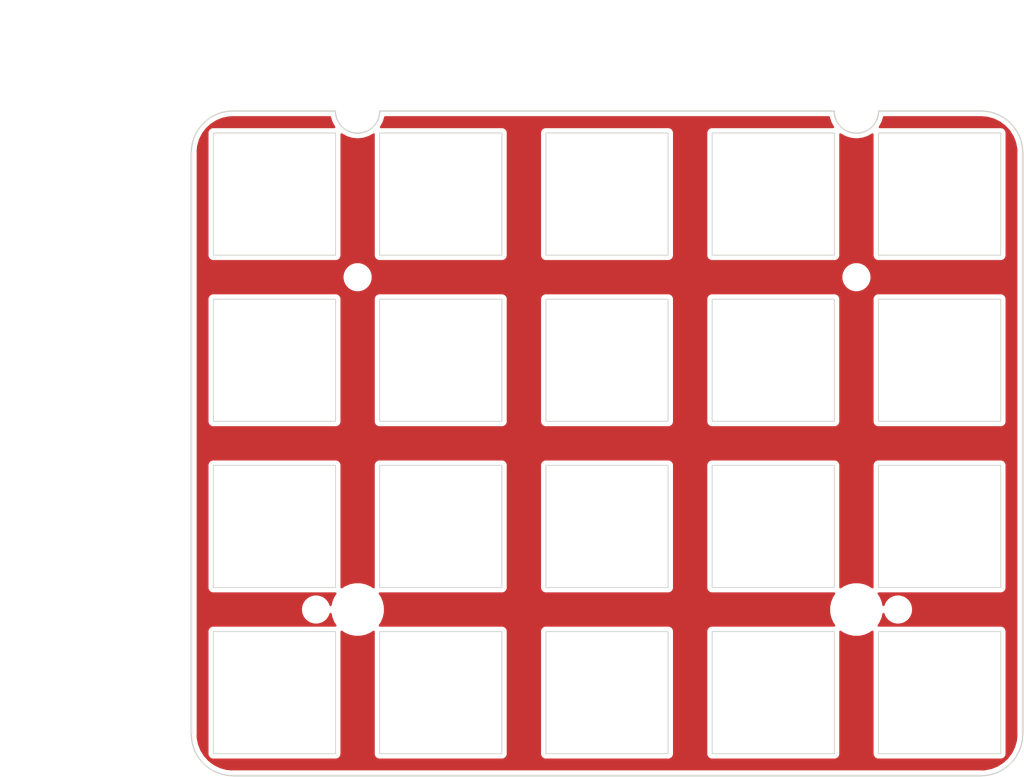
<source format=kicad_pcb>
(kicad_pcb (version 20171130) (host pcbnew 5.1.2-f72e74a~84~ubuntu18.04.1)

  (general
    (thickness 1.6)
    (drawings 14)
    (tracks 0)
    (zones 0)
    (modules 26)
    (nets 1)
  )

  (page A4)
  (layers
    (0 F.Cu signal)
    (31 B.Cu signal)
    (32 B.Adhes user)
    (33 F.Adhes user)
    (34 B.Paste user)
    (35 F.Paste user)
    (36 B.SilkS user)
    (37 F.SilkS user)
    (38 B.Mask user)
    (39 F.Mask user)
    (40 Dwgs.User user)
    (41 Cmts.User user)
    (42 Eco1.User user)
    (43 Eco2.User user)
    (44 Edge.Cuts user)
    (45 Margin user)
    (46 B.CrtYd user)
    (47 F.CrtYd user)
    (48 B.Fab user)
    (49 F.Fab user)
  )

  (setup
    (last_trace_width 0.25)
    (trace_clearance 0.2)
    (zone_clearance 0.508)
    (zone_45_only no)
    (trace_min 0.2)
    (via_size 0.8)
    (via_drill 0.4)
    (via_min_size 0.4)
    (via_min_drill 0.3)
    (uvia_size 0.3)
    (uvia_drill 0.1)
    (uvias_allowed no)
    (uvia_min_size 0.2)
    (uvia_min_drill 0.1)
    (edge_width 0.15)
    (segment_width 0.2)
    (pcb_text_width 0.3)
    (pcb_text_size 1.5 1.5)
    (mod_edge_width 0.15)
    (mod_text_size 1 1)
    (mod_text_width 0.15)
    (pad_size 2.2 2.2)
    (pad_drill 2.2)
    (pad_to_mask_clearance 0.051)
    (solder_mask_min_width 0.25)
    (aux_axis_origin 47.625 23.8125)
    (grid_origin 47.625 23.8125)
    (visible_elements FFFFFF7F)
    (pcbplotparams
      (layerselection 0x010a0_7fffffff)
      (usegerberextensions true)
      (usegerberattributes false)
      (usegerberadvancedattributes false)
      (creategerberjobfile false)
      (excludeedgelayer true)
      (linewidth 0.100000)
      (plotframeref false)
      (viasonmask false)
      (mode 1)
      (useauxorigin false)
      (hpglpennumber 1)
      (hpglpenspeed 20)
      (hpglpendiameter 15.000000)
      (psnegative false)
      (psa4output false)
      (plotreference true)
      (plotvalue true)
      (plotinvisibletext false)
      (padsonsilk false)
      (subtractmaskfromsilk true)
      (outputformat 1)
      (mirror false)
      (drillshape 0)
      (scaleselection 1)
      (outputdirectory "gerber/"))
  )

  (net 0 "")

  (net_class Default "これはデフォルトのネット クラスです。"
    (clearance 0.2)
    (trace_width 0.25)
    (via_dia 0.8)
    (via_drill 0.4)
    (uvia_dia 0.3)
    (uvia_drill 0.1)
  )

  (module lib:MX_CUTOUT (layer F.Cu) (tedit 5BCAE12D) (tstamp 5C83CF1C)
    (at 95.25 90.4875)
    (fp_text reference MX_CUTOUT (at 0 1.5) (layer F.SilkS) hide
      (effects (font (size 1 1) (thickness 0.15)))
    )
    (fp_text value VAL** (at 0 0) (layer F.SilkS) hide
      (effects (font (size 1 1) (thickness 0.15)))
    )
    (fp_line (start 7 7) (end 7 -7) (layer Edge.Cuts) (width 0.1))
    (fp_line (start -7 7) (end 7 7) (layer Edge.Cuts) (width 0.1))
    (fp_line (start -7 -7) (end -7 7) (layer Edge.Cuts) (width 0.1))
    (fp_line (start 7 -7) (end -7 -7) (layer Edge.Cuts) (width 0.1))
  )

  (module lib:MX_CUTOUT (layer F.Cu) (tedit 5BCAE12D) (tstamp 5C83CF15)
    (at 114.3 90.4875)
    (fp_text reference MX_CUTOUT (at 0 1.5) (layer F.SilkS) hide
      (effects (font (size 1 1) (thickness 0.15)))
    )
    (fp_text value VAL** (at 0 0) (layer F.SilkS) hide
      (effects (font (size 1 1) (thickness 0.15)))
    )
    (fp_line (start 7 7) (end 7 -7) (layer Edge.Cuts) (width 0.1))
    (fp_line (start -7 7) (end 7 7) (layer Edge.Cuts) (width 0.1))
    (fp_line (start -7 -7) (end -7 7) (layer Edge.Cuts) (width 0.1))
    (fp_line (start 7 -7) (end -7 -7) (layer Edge.Cuts) (width 0.1))
  )

  (module lib:MX_CUTOUT (layer F.Cu) (tedit 5BCAE12D) (tstamp 5C83CF0E)
    (at 57.15 90.4875)
    (fp_text reference MX_CUTOUT (at 0 1.5) (layer F.SilkS) hide
      (effects (font (size 1 1) (thickness 0.15)))
    )
    (fp_text value VAL** (at 0 0) (layer F.SilkS) hide
      (effects (font (size 1 1) (thickness 0.15)))
    )
    (fp_line (start 7 7) (end 7 -7) (layer Edge.Cuts) (width 0.1))
    (fp_line (start -7 7) (end 7 7) (layer Edge.Cuts) (width 0.1))
    (fp_line (start -7 -7) (end -7 7) (layer Edge.Cuts) (width 0.1))
    (fp_line (start 7 -7) (end -7 -7) (layer Edge.Cuts) (width 0.1))
  )

  (module lib:MX_CUTOUT (layer F.Cu) (tedit 5BCAE12D) (tstamp 5C83CF07)
    (at 76.2 90.4875)
    (fp_text reference MX_CUTOUT (at 0 1.5) (layer F.SilkS) hide
      (effects (font (size 1 1) (thickness 0.15)))
    )
    (fp_text value VAL** (at 0 0) (layer F.SilkS) hide
      (effects (font (size 1 1) (thickness 0.15)))
    )
    (fp_line (start 7 7) (end 7 -7) (layer Edge.Cuts) (width 0.1))
    (fp_line (start -7 7) (end 7 7) (layer Edge.Cuts) (width 0.1))
    (fp_line (start -7 -7) (end -7 7) (layer Edge.Cuts) (width 0.1))
    (fp_line (start 7 -7) (end -7 -7) (layer Edge.Cuts) (width 0.1))
  )

  (module lib:MX_CUTOUT (layer F.Cu) (tedit 5BCAE12D) (tstamp 5C83CF00)
    (at 133.35 90.4875)
    (fp_text reference MX_CUTOUT (at 0 1.5) (layer F.SilkS) hide
      (effects (font (size 1 1) (thickness 0.15)))
    )
    (fp_text value VAL** (at 0 0) (layer F.SilkS) hide
      (effects (font (size 1 1) (thickness 0.15)))
    )
    (fp_line (start 7 7) (end 7 -7) (layer Edge.Cuts) (width 0.1))
    (fp_line (start -7 7) (end 7 7) (layer Edge.Cuts) (width 0.1))
    (fp_line (start -7 -7) (end -7 7) (layer Edge.Cuts) (width 0.1))
    (fp_line (start 7 -7) (end -7 -7) (layer Edge.Cuts) (width 0.1))
  )

  (module lib:MX_CUTOUT (layer F.Cu) (tedit 5BCAE12D) (tstamp 5C83CED6)
    (at 76.2 71.4375)
    (fp_text reference MX_CUTOUT (at 0 1.5) (layer F.SilkS) hide
      (effects (font (size 1 1) (thickness 0.15)))
    )
    (fp_text value VAL** (at 0 0) (layer F.SilkS) hide
      (effects (font (size 1 1) (thickness 0.15)))
    )
    (fp_line (start 7 7) (end 7 -7) (layer Edge.Cuts) (width 0.1))
    (fp_line (start -7 7) (end 7 7) (layer Edge.Cuts) (width 0.1))
    (fp_line (start -7 -7) (end -7 7) (layer Edge.Cuts) (width 0.1))
    (fp_line (start 7 -7) (end -7 -7) (layer Edge.Cuts) (width 0.1))
  )

  (module lib:MX_CUTOUT (layer F.Cu) (tedit 5BCAE12D) (tstamp 5C83CECF)
    (at 57.15 71.4375)
    (fp_text reference MX_CUTOUT (at 0 1.5) (layer F.SilkS) hide
      (effects (font (size 1 1) (thickness 0.15)))
    )
    (fp_text value VAL** (at 0 0) (layer F.SilkS) hide
      (effects (font (size 1 1) (thickness 0.15)))
    )
    (fp_line (start 7 7) (end 7 -7) (layer Edge.Cuts) (width 0.1))
    (fp_line (start -7 7) (end 7 7) (layer Edge.Cuts) (width 0.1))
    (fp_line (start -7 -7) (end -7 7) (layer Edge.Cuts) (width 0.1))
    (fp_line (start 7 -7) (end -7 -7) (layer Edge.Cuts) (width 0.1))
  )

  (module lib:MX_CUTOUT (layer F.Cu) (tedit 5BCAE12D) (tstamp 5C83CEC8)
    (at 133.35 71.4375)
    (fp_text reference MX_CUTOUT (at 0 1.5) (layer F.SilkS) hide
      (effects (font (size 1 1) (thickness 0.15)))
    )
    (fp_text value VAL** (at 0 0) (layer F.SilkS) hide
      (effects (font (size 1 1) (thickness 0.15)))
    )
    (fp_line (start 7 7) (end 7 -7) (layer Edge.Cuts) (width 0.1))
    (fp_line (start -7 7) (end 7 7) (layer Edge.Cuts) (width 0.1))
    (fp_line (start -7 -7) (end -7 7) (layer Edge.Cuts) (width 0.1))
    (fp_line (start 7 -7) (end -7 -7) (layer Edge.Cuts) (width 0.1))
  )

  (module lib:MX_CUTOUT (layer F.Cu) (tedit 5BCAE12D) (tstamp 5C83CEC1)
    (at 95.25 71.4375)
    (fp_text reference MX_CUTOUT (at 0 1.5) (layer F.SilkS) hide
      (effects (font (size 1 1) (thickness 0.15)))
    )
    (fp_text value VAL** (at 0 0) (layer F.SilkS) hide
      (effects (font (size 1 1) (thickness 0.15)))
    )
    (fp_line (start 7 7) (end 7 -7) (layer Edge.Cuts) (width 0.1))
    (fp_line (start -7 7) (end 7 7) (layer Edge.Cuts) (width 0.1))
    (fp_line (start -7 -7) (end -7 7) (layer Edge.Cuts) (width 0.1))
    (fp_line (start 7 -7) (end -7 -7) (layer Edge.Cuts) (width 0.1))
  )

  (module lib:MX_CUTOUT (layer F.Cu) (tedit 5BCAE12D) (tstamp 5C83CEBA)
    (at 114.3 71.4375)
    (fp_text reference MX_CUTOUT (at 0 1.5) (layer F.SilkS) hide
      (effects (font (size 1 1) (thickness 0.15)))
    )
    (fp_text value VAL** (at 0 0) (layer F.SilkS) hide
      (effects (font (size 1 1) (thickness 0.15)))
    )
    (fp_line (start 7 7) (end 7 -7) (layer Edge.Cuts) (width 0.1))
    (fp_line (start -7 7) (end 7 7) (layer Edge.Cuts) (width 0.1))
    (fp_line (start -7 -7) (end -7 7) (layer Edge.Cuts) (width 0.1))
    (fp_line (start 7 -7) (end -7 -7) (layer Edge.Cuts) (width 0.1))
  )

  (module lib:MX_CUTOUT (layer F.Cu) (tedit 5BCAE12D) (tstamp 5C83CE6D)
    (at 95.25 52.3875)
    (fp_text reference MX_CUTOUT (at 0 1.5) (layer F.SilkS) hide
      (effects (font (size 1 1) (thickness 0.15)))
    )
    (fp_text value VAL** (at 0 0) (layer F.SilkS) hide
      (effects (font (size 1 1) (thickness 0.15)))
    )
    (fp_line (start 7 7) (end 7 -7) (layer Edge.Cuts) (width 0.1))
    (fp_line (start -7 7) (end 7 7) (layer Edge.Cuts) (width 0.1))
    (fp_line (start -7 -7) (end -7 7) (layer Edge.Cuts) (width 0.1))
    (fp_line (start 7 -7) (end -7 -7) (layer Edge.Cuts) (width 0.1))
  )

  (module lib:MX_CUTOUT (layer F.Cu) (tedit 5BCAE12D) (tstamp 5C83CE66)
    (at 114.3 52.3875)
    (fp_text reference MX_CUTOUT (at 0 1.5) (layer F.SilkS) hide
      (effects (font (size 1 1) (thickness 0.15)))
    )
    (fp_text value VAL** (at 0 0) (layer F.SilkS) hide
      (effects (font (size 1 1) (thickness 0.15)))
    )
    (fp_line (start 7 7) (end 7 -7) (layer Edge.Cuts) (width 0.1))
    (fp_line (start -7 7) (end 7 7) (layer Edge.Cuts) (width 0.1))
    (fp_line (start -7 -7) (end -7 7) (layer Edge.Cuts) (width 0.1))
    (fp_line (start 7 -7) (end -7 -7) (layer Edge.Cuts) (width 0.1))
  )

  (module lib:MX_CUTOUT (layer F.Cu) (tedit 5BCAE12D) (tstamp 5C83CE5F)
    (at 76.2 52.3875)
    (fp_text reference MX_CUTOUT (at 0 1.5) (layer F.SilkS) hide
      (effects (font (size 1 1) (thickness 0.15)))
    )
    (fp_text value VAL** (at 0 0) (layer F.SilkS) hide
      (effects (font (size 1 1) (thickness 0.15)))
    )
    (fp_line (start 7 7) (end 7 -7) (layer Edge.Cuts) (width 0.1))
    (fp_line (start -7 7) (end 7 7) (layer Edge.Cuts) (width 0.1))
    (fp_line (start -7 -7) (end -7 7) (layer Edge.Cuts) (width 0.1))
    (fp_line (start 7 -7) (end -7 -7) (layer Edge.Cuts) (width 0.1))
  )

  (module lib:MX_CUTOUT (layer F.Cu) (tedit 5BCAE12D) (tstamp 5C83CE58)
    (at 133.35 52.3875)
    (fp_text reference MX_CUTOUT (at 0 1.5) (layer F.SilkS) hide
      (effects (font (size 1 1) (thickness 0.15)))
    )
    (fp_text value VAL** (at 0 0) (layer F.SilkS) hide
      (effects (font (size 1 1) (thickness 0.15)))
    )
    (fp_line (start 7 7) (end 7 -7) (layer Edge.Cuts) (width 0.1))
    (fp_line (start -7 7) (end 7 7) (layer Edge.Cuts) (width 0.1))
    (fp_line (start -7 -7) (end -7 7) (layer Edge.Cuts) (width 0.1))
    (fp_line (start 7 -7) (end -7 -7) (layer Edge.Cuts) (width 0.1))
  )

  (module lib:MX_CUTOUT (layer F.Cu) (tedit 5BCAE12D) (tstamp 5C83CE51)
    (at 57.15 52.3875)
    (fp_text reference MX_CUTOUT (at 0 1.5) (layer F.SilkS) hide
      (effects (font (size 1 1) (thickness 0.15)))
    )
    (fp_text value VAL** (at 0 0) (layer F.SilkS) hide
      (effects (font (size 1 1) (thickness 0.15)))
    )
    (fp_line (start 7 7) (end 7 -7) (layer Edge.Cuts) (width 0.1))
    (fp_line (start -7 7) (end 7 7) (layer Edge.Cuts) (width 0.1))
    (fp_line (start -7 -7) (end -7 7) (layer Edge.Cuts) (width 0.1))
    (fp_line (start 7 -7) (end -7 -7) (layer Edge.Cuts) (width 0.1))
  )

  (module lib:MX_CUTOUT (layer F.Cu) (tedit 5BCAE12D) (tstamp 5C83CDD2)
    (at 57.15 33.3375)
    (fp_text reference MX_CUTOUT (at 0 1.5) (layer F.SilkS) hide
      (effects (font (size 1 1) (thickness 0.15)))
    )
    (fp_text value VAL** (at 0 0) (layer F.SilkS) hide
      (effects (font (size 1 1) (thickness 0.15)))
    )
    (fp_line (start 7 7) (end 7 -7) (layer Edge.Cuts) (width 0.1))
    (fp_line (start -7 7) (end 7 7) (layer Edge.Cuts) (width 0.1))
    (fp_line (start -7 -7) (end -7 7) (layer Edge.Cuts) (width 0.1))
    (fp_line (start 7 -7) (end -7 -7) (layer Edge.Cuts) (width 0.1))
  )

  (module lib:MX_CUTOUT (layer F.Cu) (tedit 5BCAE12D) (tstamp 5C83CDF8)
    (at 76.2 33.3375)
    (fp_text reference MX_CUTOUT (at 0 1.5) (layer F.SilkS) hide
      (effects (font (size 1 1) (thickness 0.15)))
    )
    (fp_text value VAL** (at 0 0) (layer F.SilkS) hide
      (effects (font (size 1 1) (thickness 0.15)))
    )
    (fp_line (start 7 7) (end 7 -7) (layer Edge.Cuts) (width 0.1))
    (fp_line (start -7 7) (end 7 7) (layer Edge.Cuts) (width 0.1))
    (fp_line (start -7 -7) (end -7 7) (layer Edge.Cuts) (width 0.1))
    (fp_line (start 7 -7) (end -7 -7) (layer Edge.Cuts) (width 0.1))
  )

  (module lib:MX_CUTOUT (layer F.Cu) (tedit 5BCAE12D) (tstamp 5C83CE0E)
    (at 95.25 33.3375)
    (fp_text reference MX_CUTOUT (at 0 1.5) (layer F.SilkS) hide
      (effects (font (size 1 1) (thickness 0.15)))
    )
    (fp_text value VAL** (at 0 0) (layer F.SilkS) hide
      (effects (font (size 1 1) (thickness 0.15)))
    )
    (fp_line (start 7 7) (end 7 -7) (layer Edge.Cuts) (width 0.1))
    (fp_line (start -7 7) (end 7 7) (layer Edge.Cuts) (width 0.1))
    (fp_line (start -7 -7) (end -7 7) (layer Edge.Cuts) (width 0.1))
    (fp_line (start 7 -7) (end -7 -7) (layer Edge.Cuts) (width 0.1))
  )

  (module lib:MX_CUTOUT (layer F.Cu) (tedit 5BCAE12D) (tstamp 5C83CE24)
    (at 114.3 33.3375)
    (fp_text reference MX_CUTOUT (at 0 1.5) (layer F.SilkS) hide
      (effects (font (size 1 1) (thickness 0.15)))
    )
    (fp_text value VAL** (at 0 0) (layer F.SilkS) hide
      (effects (font (size 1 1) (thickness 0.15)))
    )
    (fp_line (start 7 7) (end 7 -7) (layer Edge.Cuts) (width 0.1))
    (fp_line (start -7 7) (end 7 7) (layer Edge.Cuts) (width 0.1))
    (fp_line (start -7 -7) (end -7 7) (layer Edge.Cuts) (width 0.1))
    (fp_line (start 7 -7) (end -7 -7) (layer Edge.Cuts) (width 0.1))
  )

  (module lib:MX_CUTOUT (layer F.Cu) (tedit 5BCAE12D) (tstamp 5C83CE3A)
    (at 133.35 33.3375)
    (fp_text reference MX_CUTOUT (at 0 1.5) (layer F.SilkS) hide
      (effects (font (size 1 1) (thickness 0.15)))
    )
    (fp_text value VAL** (at 0 0) (layer F.SilkS) hide
      (effects (font (size 1 1) (thickness 0.15)))
    )
    (fp_line (start 7 7) (end 7 -7) (layer Edge.Cuts) (width 0.1))
    (fp_line (start -7 7) (end 7 7) (layer Edge.Cuts) (width 0.1))
    (fp_line (start -7 -7) (end -7 7) (layer Edge.Cuts) (width 0.1))
    (fp_line (start 7 -7) (end -7 -7) (layer Edge.Cuts) (width 0.1))
  )

  (module MountingHole:MountingHole_4.3mm_M4 (layer F.Cu) (tedit 5CDA1683) (tstamp 5C83D3BC)
    (at 123.825 80.9625)
    (descr "Mounting Hole 4.3mm, no annular, M4")
    (tags "mounting hole 4.3mm no annular m4")
    (attr virtual)
    (fp_text reference REF** (at 0 -5.3) (layer F.SilkS) hide
      (effects (font (size 1 1) (thickness 0.15)))
    )
    (fp_text value MountingHole_4.3mm_M4 (at 0 5.3) (layer F.Fab)
      (effects (font (size 1 1) (thickness 0.15)))
    )
    (fp_circle (center 0 0) (end 4.55 0) (layer F.CrtYd) (width 0.05))
    (fp_circle (center 0 0) (end 4.3 0) (layer Cmts.User) (width 0.15))
    (fp_text user %R (at 0.3 0) (layer F.Fab)
      (effects (font (size 1 1) (thickness 0.15)))
    )
    (pad "" np_thru_hole circle (at 0 0) (size 5 5) (drill 5) (layers *.Cu *.Mask))
  )

  (module MountingHole:MountingHole_4.3mm_M4 (layer F.Cu) (tedit 5CDA164E) (tstamp 5C83D3E8)
    (at 66.675 80.9625)
    (descr "Mounting Hole 4.3mm, no annular, M4")
    (tags "mounting hole 4.3mm no annular m4")
    (attr virtual)
    (fp_text reference REF** (at 0 -5.3) (layer F.SilkS) hide
      (effects (font (size 1 1) (thickness 0.15)))
    )
    (fp_text value MountingHole_4.3mm_M4 (at 0 5.3) (layer F.Fab)
      (effects (font (size 1 1) (thickness 0.15)))
    )
    (fp_circle (center 0 0) (end 4.55 0) (layer F.CrtYd) (width 0.05))
    (fp_circle (center 0 0) (end 4.3 0) (layer Cmts.User) (width 0.15))
    (fp_text user %R (at 0.3 0) (layer F.Fab)
      (effects (font (size 1 1) (thickness 0.15)))
    )
    (pad "" np_thru_hole circle (at 0 0) (size 5 5) (drill 5) (layers *.Cu *.Mask))
  )

  (module lib:MountingHole_2.2mm_M2 (layer F.Cu) (tedit 5D0846A1) (tstamp 5C83D94D)
    (at 130.96875 80.9625)
    (descr "Mounting Hole 2.2mm, no annular, M2")
    (tags "mounting hole 2.2mm no annular m2")
    (attr virtual)
    (fp_text reference "" (at 0 -3.2) (layer F.SilkS)
      (effects (font (size 1 1) (thickness 0.15)))
    )
    (fp_text value M2 (at 0 3.2) (layer F.Fab)
      (effects (font (size 1 1) (thickness 0.15)))
    )
    (fp_circle (center 0 0) (end 1.75 0) (layer F.CrtYd) (width 0.05))
    (fp_text user %R (at 0.3 0) (layer F.Fab)
      (effects (font (size 1 1) (thickness 0.15)))
    )
    (pad "" np_thru_hole circle (at -2.38075 0) (size 2.2 2.2) (drill 2.2) (layers *.Cu *.Mask))
  )

  (module lib:MountingHole_2.2mm_M2 (layer F.Cu) (tedit 5D08470D) (tstamp 5C83D96F)
    (at 59.53125 80.9625)
    (descr "Mounting Hole 2.2mm, no annular, M2")
    (tags "mounting hole 2.2mm no annular m2")
    (attr virtual)
    (fp_text reference "" (at 0 -3.2) (layer F.SilkS)
      (effects (font (size 1 1) (thickness 0.15)))
    )
    (fp_text value M2 (at 0 3.2) (layer F.Fab)
      (effects (font (size 1 1) (thickness 0.15)))
    )
    (fp_circle (center 0 0) (end 1.75 0) (layer F.CrtYd) (width 0.05))
    (fp_text user %R (at 0.3 0) (layer F.Fab)
      (effects (font (size 1 1) (thickness 0.15)))
    )
    (pad "" np_thru_hole circle (at 2.38075 0) (size 2.2 2.2) (drill 2.2) (layers *.Cu *.Mask))
  )

  (module lib:MountingHole_2.2mm_M2 (layer F.Cu) (tedit 5BC59CB0) (tstamp 5C83D991)
    (at 66.675 42.8625)
    (descr "Mounting Hole 2.2mm, no annular, M2")
    (tags "mounting hole 2.2mm no annular m2")
    (attr virtual)
    (fp_text reference "" (at 0 -3.2) (layer F.SilkS)
      (effects (font (size 1 1) (thickness 0.15)))
    )
    (fp_text value M2 (at 0 3.2) (layer F.Fab)
      (effects (font (size 1 1) (thickness 0.15)))
    )
    (fp_circle (center 0 0) (end 1.75 0) (layer F.CrtYd) (width 0.05))
    (fp_text user %R (at 0.3 0) (layer F.Fab)
      (effects (font (size 1 1) (thickness 0.15)))
    )
    (pad 1 np_thru_hole circle (at 0 0) (size 2.2 2.2) (drill 2.2) (layers *.Cu *.Mask))
  )

  (module lib:MountingHole_2.2mm_M2 (layer F.Cu) (tedit 5BC59CB0) (tstamp 5C83D9B3)
    (at 123.825 42.8625)
    (descr "Mounting Hole 2.2mm, no annular, M2")
    (tags "mounting hole 2.2mm no annular m2")
    (attr virtual)
    (fp_text reference "" (at 0 -3.2) (layer F.SilkS)
      (effects (font (size 1 1) (thickness 0.15)))
    )
    (fp_text value M2 (at 0 3.2) (layer F.Fab)
      (effects (font (size 1 1) (thickness 0.15)))
    )
    (fp_circle (center 0 0) (end 1.75 0) (layer F.CrtYd) (width 0.05))
    (fp_text user %R (at 0.3 0) (layer F.Fab)
      (effects (font (size 1 1) (thickness 0.15)))
    )
    (pad 1 np_thru_hole circle (at 0 0) (size 2.2 2.2) (drill 2.2) (layers *.Cu *.Mask))
  )

  (gr_line (start 126.365 23.8125) (end 138.1125 23.8125) (layer Edge.Cuts) (width 0.15) (tstamp 5CCF8E61))
  (gr_line (start 69.215 23.8125) (end 121.285 23.8125) (layer Edge.Cuts) (width 0.15) (tstamp 5CCF8E57))
  (gr_line (start 52.3875 23.8125) (end 64.135 23.8125) (layer Edge.Cuts) (width 0.15) (tstamp 5CCF8E51))
  (gr_arc (start 66.675 23.8125) (end 64.135 23.8125) (angle -180) (layer Edge.Cuts) (width 0.15))
  (gr_arc (start 123.825 23.8125) (end 121.285 23.8125) (angle -180) (layer Edge.Cuts) (width 0.15))
  (gr_arc (start 138.1125 95.25) (end 138.1125 100.0125) (angle -90) (layer Edge.Cuts) (width 0.15))
  (gr_arc (start 52.3875 95.25) (end 47.625 95.25) (angle -90) (layer Edge.Cuts) (width 0.15))
  (gr_arc (start 52.3875 28.575) (end 52.3875 23.8125) (angle -90) (layer Edge.Cuts) (width 0.15))
  (gr_arc (start 138.1125 28.575) (end 142.875 28.575) (angle -90) (layer Edge.Cuts) (width 0.15))
  (gr_line (start 142.875 95.25) (end 142.875 28.575) (layer Edge.Cuts) (width 0.2))
  (gr_line (start 52.3875 100.0125) (end 138.1125 100.0125) (layer Edge.Cuts) (width 0.2))
  (gr_line (start 47.625 28.575) (end 47.625 95.25) (layer Edge.Cuts) (width 0.2))
  (dimension 76.2 (width 0.3) (layer Dwgs.User)
    (gr_text "76.200 mm" (at 31.2375 61.9125 270) (layer Dwgs.User)
      (effects (font (size 1.5 1.5) (thickness 0.3)))
    )
    (feature1 (pts (xy 47.625 100.0125) (xy 32.751079 100.0125)))
    (feature2 (pts (xy 47.625 23.8125) (xy 32.751079 23.8125)))
    (crossbar (pts (xy 33.3375 23.8125) (xy 33.3375 100.0125)))
    (arrow1a (pts (xy 33.3375 100.0125) (xy 32.751079 98.885996)))
    (arrow1b (pts (xy 33.3375 100.0125) (xy 33.923921 98.885996)))
    (arrow2a (pts (xy 33.3375 23.8125) (xy 32.751079 24.939004)))
    (arrow2b (pts (xy 33.3375 23.8125) (xy 33.923921 24.939004)))
  )
  (dimension 95.25 (width 0.3) (layer Dwgs.User)
    (gr_text "95.250 mm" (at 95.25 12.1875) (layer Dwgs.User)
      (effects (font (size 1.5 1.5) (thickness 0.3)))
    )
    (feature1 (pts (xy 142.875 23.8125) (xy 142.875 13.701079)))
    (feature2 (pts (xy 47.625 23.8125) (xy 47.625 13.701079)))
    (crossbar (pts (xy 47.625 14.2875) (xy 142.875 14.2875)))
    (arrow1a (pts (xy 142.875 14.2875) (xy 141.748496 14.873921)))
    (arrow1b (pts (xy 142.875 14.2875) (xy 141.748496 13.701079)))
    (arrow2a (pts (xy 47.625 14.2875) (xy 48.751504 14.873921)))
    (arrow2b (pts (xy 47.625 14.2875) (xy 48.751504 13.701079)))
  )

  (zone (net 0) (net_name "") (layer F.Cu) (tstamp 0) (hatch edge 0.508)
    (connect_pads (clearance 0.508))
    (min_thickness 0.254)
    (fill yes (arc_segments 32) (thermal_gap 0.508) (thermal_bridge_width 0.508))
    (polygon
      (pts
        (xy 47.625 23.8125) (xy 142.875 23.8125) (xy 142.875 100.0125) (xy 47.625 100.0125)
      )
    )
    (filled_polygon
      (pts
        (xy 63.510808 24.545809) (xy 63.51374 24.555279) (xy 63.663631 25.027794) (xy 63.688962 25.086896) (xy 63.713503 25.146437)
        (xy 63.718218 25.155158) (xy 63.957035 25.589562) (xy 63.993385 25.642649) (xy 63.99993 25.6525) (xy 50.183647 25.6525)
        (xy 50.15 25.649186) (xy 50.116353 25.6525) (xy 50.015717 25.662412) (xy 49.886594 25.701581) (xy 49.767593 25.765188)
        (xy 49.663289 25.850789) (xy 49.577688 25.955093) (xy 49.514081 26.074094) (xy 49.474912 26.203217) (xy 49.461686 26.3375)
        (xy 49.465 26.371147) (xy 49.465001 40.303843) (xy 49.461686 40.3375) (xy 49.474912 40.471783) (xy 49.514081 40.600906)
        (xy 49.577688 40.719907) (xy 49.663289 40.824211) (xy 49.767593 40.909812) (xy 49.886594 40.973419) (xy 50.015717 41.012588)
        (xy 50.116353 41.0225) (xy 50.15 41.025814) (xy 50.183647 41.0225) (xy 64.116353 41.0225) (xy 64.15 41.025814)
        (xy 64.183647 41.0225) (xy 64.284283 41.012588) (xy 64.413406 40.973419) (xy 64.532407 40.909812) (xy 64.636711 40.824211)
        (xy 64.722312 40.719907) (xy 64.785919 40.600906) (xy 64.825088 40.471783) (xy 64.838314 40.3375) (xy 64.835 40.303853)
        (xy 64.835 26.487754) (xy 64.8393 26.491211) (xy 64.893137 26.526441) (xy 64.946496 26.562432) (xy 64.955248 26.567085)
        (xy 65.394558 26.796751) (xy 65.454197 26.820847) (xy 65.513546 26.845795) (xy 65.523036 26.84866) (xy 65.998588 26.988623)
        (xy 66.0618 27.000681) (xy 66.124837 27.013621) (xy 66.134699 27.014588) (xy 66.134703 27.014588) (xy 66.628383 27.059516)
        (xy 66.692699 27.059067) (xy 66.757081 27.059516) (xy 66.766947 27.058549) (xy 67.259954 27.006732) (xy 67.322979 26.993794)
        (xy 67.386201 26.981734) (xy 67.395691 26.978869) (xy 67.869243 26.832279) (xy 67.928498 26.807371) (xy 67.988231 26.783237)
        (xy 67.996983 26.778582) (xy 68.433044 26.542805) (xy 68.486361 26.506842) (xy 68.515 26.488101) (xy 68.515001 40.303843)
        (xy 68.511686 40.3375) (xy 68.524912 40.471783) (xy 68.564081 40.600906) (xy 68.627688 40.719907) (xy 68.713289 40.824211)
        (xy 68.817593 40.909812) (xy 68.936594 40.973419) (xy 69.065717 41.012588) (xy 69.166353 41.0225) (xy 69.2 41.025814)
        (xy 69.233647 41.0225) (xy 83.166353 41.0225) (xy 83.2 41.025814) (xy 83.233647 41.0225) (xy 83.334283 41.012588)
        (xy 83.463406 40.973419) (xy 83.582407 40.909812) (xy 83.686711 40.824211) (xy 83.772312 40.719907) (xy 83.835919 40.600906)
        (xy 83.875088 40.471783) (xy 83.888314 40.3375) (xy 83.885 40.303853) (xy 83.885 26.371147) (xy 83.888314 26.3375)
        (xy 87.561686 26.3375) (xy 87.565 26.371147) (xy 87.565001 40.303843) (xy 87.561686 40.3375) (xy 87.574912 40.471783)
        (xy 87.614081 40.600906) (xy 87.677688 40.719907) (xy 87.763289 40.824211) (xy 87.867593 40.909812) (xy 87.986594 40.973419)
        (xy 88.115717 41.012588) (xy 88.216353 41.0225) (xy 88.25 41.025814) (xy 88.283647 41.0225) (xy 102.216353 41.0225)
        (xy 102.25 41.025814) (xy 102.283647 41.0225) (xy 102.384283 41.012588) (xy 102.513406 40.973419) (xy 102.632407 40.909812)
        (xy 102.736711 40.824211) (xy 102.822312 40.719907) (xy 102.885919 40.600906) (xy 102.925088 40.471783) (xy 102.938314 40.3375)
        (xy 102.935 40.303853) (xy 102.935 26.371147) (xy 102.938314 26.3375) (xy 102.925088 26.203217) (xy 102.885919 26.074094)
        (xy 102.822312 25.955093) (xy 102.736711 25.850789) (xy 102.632407 25.765188) (xy 102.513406 25.701581) (xy 102.384283 25.662412)
        (xy 102.283647 25.6525) (xy 102.25 25.649186) (xy 102.216353 25.6525) (xy 88.283647 25.6525) (xy 88.25 25.649186)
        (xy 88.216353 25.6525) (xy 88.115717 25.662412) (xy 87.986594 25.701581) (xy 87.867593 25.765188) (xy 87.763289 25.850789)
        (xy 87.677688 25.955093) (xy 87.614081 26.074094) (xy 87.574912 26.203217) (xy 87.561686 26.3375) (xy 83.888314 26.3375)
        (xy 83.875088 26.203217) (xy 83.835919 26.074094) (xy 83.772312 25.955093) (xy 83.686711 25.850789) (xy 83.582407 25.765188)
        (xy 83.463406 25.701581) (xy 83.334283 25.662412) (xy 83.233647 25.6525) (xy 83.2 25.649186) (xy 83.166353 25.6525)
        (xy 69.350369 25.6525) (xy 69.376449 25.613247) (xy 69.412798 25.56016) (xy 69.417513 25.55144) (xy 69.65024 25.113744)
        (xy 69.674756 25.054264) (xy 69.700113 24.995101) (xy 69.703044 24.985631) (xy 69.842871 24.5225) (xy 120.656193 24.5225)
        (xy 120.660808 24.545809) (xy 120.66374 24.555279) (xy 120.813631 25.027794) (xy 120.838962 25.086896) (xy 120.863503 25.146437)
        (xy 120.868218 25.155158) (xy 121.107035 25.589562) (xy 121.143385 25.642649) (xy 121.14993 25.6525) (xy 107.333647 25.6525)
        (xy 107.3 25.649186) (xy 107.266353 25.6525) (xy 107.165717 25.662412) (xy 107.036594 25.701581) (xy 106.917593 25.765188)
        (xy 106.813289 25.850789) (xy 106.727688 25.955093) (xy 106.664081 26.074094) (xy 106.624912 26.203217) (xy 106.611686 26.3375)
        (xy 106.615 26.371147) (xy 106.615001 40.303843) (xy 106.611686 40.3375) (xy 106.624912 40.471783) (xy 106.664081 40.600906)
        (xy 106.727688 40.719907) (xy 106.813289 40.824211) (xy 106.917593 40.909812) (xy 107.036594 40.973419) (xy 107.165717 41.012588)
        (xy 107.266353 41.0225) (xy 107.3 41.025814) (xy 107.333647 41.0225) (xy 121.266353 41.0225) (xy 121.3 41.025814)
        (xy 121.333647 41.0225) (xy 121.434283 41.012588) (xy 121.563406 40.973419) (xy 121.682407 40.909812) (xy 121.786711 40.824211)
        (xy 121.872312 40.719907) (xy 121.935919 40.600906) (xy 121.975088 40.471783) (xy 121.988314 40.3375) (xy 121.985 40.303853)
        (xy 121.985 26.487754) (xy 121.9893 26.491211) (xy 122.043137 26.526441) (xy 122.096496 26.562432) (xy 122.105248 26.567085)
        (xy 122.544558 26.796751) (xy 122.604197 26.820847) (xy 122.663546 26.845795) (xy 122.673036 26.84866) (xy 123.148588 26.988623)
        (xy 123.2118 27.000681) (xy 123.274837 27.013621) (xy 123.284699 27.014588) (xy 123.284703 27.014588) (xy 123.778383 27.059516)
        (xy 123.842699 27.059067) (xy 123.907081 27.059516) (xy 123.916947 27.058549) (xy 124.409954 27.006732) (xy 124.472979 26.993794)
        (xy 124.536201 26.981734) (xy 124.545691 26.978869) (xy 125.019243 26.832279) (xy 125.078498 26.807371) (xy 125.138231 26.783237)
        (xy 125.146983 26.778582) (xy 125.583044 26.542805) (xy 125.636361 26.506842) (xy 125.665 26.488101) (xy 125.665001 40.303843)
        (xy 125.661686 40.3375) (xy 125.674912 40.471783) (xy 125.714081 40.600906) (xy 125.777688 40.719907) (xy 125.863289 40.824211)
        (xy 125.967593 40.909812) (xy 126.086594 40.973419) (xy 126.215717 41.012588) (xy 126.316353 41.0225) (xy 126.35 41.025814)
        (xy 126.383647 41.0225) (xy 140.316353 41.0225) (xy 140.35 41.025814) (xy 140.383647 41.0225) (xy 140.484283 41.012588)
        (xy 140.613406 40.973419) (xy 140.732407 40.909812) (xy 140.836711 40.824211) (xy 140.922312 40.719907) (xy 140.985919 40.600906)
        (xy 141.025088 40.471783) (xy 141.038314 40.3375) (xy 141.035 40.303853) (xy 141.035 26.371147) (xy 141.038314 26.3375)
        (xy 141.025088 26.203217) (xy 140.985919 26.074094) (xy 140.922312 25.955093) (xy 140.836711 25.850789) (xy 140.732407 25.765188)
        (xy 140.613406 25.701581) (xy 140.484283 25.662412) (xy 140.383647 25.6525) (xy 140.35 25.649186) (xy 140.316353 25.6525)
        (xy 126.500369 25.6525) (xy 126.526449 25.613247) (xy 126.562798 25.56016) (xy 126.567513 25.55144) (xy 126.80024 25.113744)
        (xy 126.824756 25.054264) (xy 126.850113 24.995101) (xy 126.853044 24.985631) (xy 126.992871 24.5225) (xy 138.079953 24.5225)
        (xy 138.850465 24.5933) (xy 139.56371 24.794456) (xy 140.228366 25.122228) (xy 140.82215 25.565628) (xy 141.325193 26.109818)
        (xy 141.720639 26.73656) (xy 141.99525 27.424879) (xy 142.142564 28.165473) (xy 142.155615 28.414503) (xy 142.150636 28.430915)
        (xy 142.140001 28.538895) (xy 142.14 95.286104) (xy 142.14967 95.384287) (xy 142.0942 95.987965) (xy 141.893044 96.70121)
        (xy 141.565272 97.365866) (xy 141.121872 97.959651) (xy 140.577685 98.462691) (xy 139.95094 98.858139) (xy 139.262625 99.132748)
        (xy 138.522026 99.280064) (xy 138.273 99.293114) (xy 138.256585 99.288135) (xy 138.148605 99.2775) (xy 52.351395 99.2775)
        (xy 52.253212 99.28717) (xy 51.649535 99.2317) (xy 50.93629 99.030544) (xy 50.271634 98.702772) (xy 49.677849 98.259372)
        (xy 49.174809 97.715185) (xy 48.779361 97.08844) (xy 48.504752 96.400125) (xy 48.357436 95.659526) (xy 48.344386 95.4105)
        (xy 48.349365 95.394085) (xy 48.36 95.286105) (xy 48.36 64.4375) (xy 49.461686 64.4375) (xy 49.465 64.471147)
        (xy 49.465001 78.403843) (xy 49.461686 78.4375) (xy 49.474912 78.571783) (xy 49.514081 78.700906) (xy 49.577688 78.819907)
        (xy 49.663289 78.924211) (xy 49.767593 79.009812) (xy 49.886594 79.073419) (xy 50.015717 79.112588) (xy 50.116353 79.1225)
        (xy 50.15 79.125814) (xy 50.183647 79.1225) (xy 64.116353 79.1225) (xy 64.132925 79.124132) (xy 63.896799 79.477521)
        (xy 63.660476 80.048054) (xy 63.579597 80.454661) (xy 63.449537 80.140669) (xy 63.259663 79.856502) (xy 63.017998 79.614837)
        (xy 62.733831 79.424963) (xy 62.418081 79.294175) (xy 62.082883 79.2275) (xy 61.741117 79.2275) (xy 61.405919 79.294175)
        (xy 61.090169 79.424963) (xy 60.806002 79.614837) (xy 60.564337 79.856502) (xy 60.374463 80.140669) (xy 60.243675 80.456419)
        (xy 60.177 80.791617) (xy 60.177 81.133383) (xy 60.243675 81.468581) (xy 60.374463 81.784331) (xy 60.564337 82.068498)
        (xy 60.806002 82.310163) (xy 61.090169 82.500037) (xy 61.405919 82.630825) (xy 61.741117 82.6975) (xy 62.082883 82.6975)
        (xy 62.418081 82.630825) (xy 62.733831 82.500037) (xy 63.017998 82.310163) (xy 63.259663 82.068498) (xy 63.449537 81.784331)
        (xy 63.579597 81.470339) (xy 63.660476 81.876946) (xy 63.896799 82.447479) (xy 64.132925 82.800868) (xy 64.116353 82.8025)
        (xy 50.183647 82.8025) (xy 50.15 82.799186) (xy 50.116353 82.8025) (xy 50.015717 82.812412) (xy 49.886594 82.851581)
        (xy 49.767593 82.915188) (xy 49.663289 83.000789) (xy 49.577688 83.105093) (xy 49.514081 83.224094) (xy 49.474912 83.353217)
        (xy 49.461686 83.4875) (xy 49.465 83.521147) (xy 49.465001 97.453843) (xy 49.461686 97.4875) (xy 49.474912 97.621783)
        (xy 49.514081 97.750906) (xy 49.577688 97.869907) (xy 49.663289 97.974211) (xy 49.767593 98.059812) (xy 49.886594 98.123419)
        (xy 50.015717 98.162588) (xy 50.116353 98.1725) (xy 50.15 98.175814) (xy 50.183647 98.1725) (xy 64.116353 98.1725)
        (xy 64.15 98.175814) (xy 64.183647 98.1725) (xy 64.284283 98.162588) (xy 64.413406 98.123419) (xy 64.532407 98.059812)
        (xy 64.636711 97.974211) (xy 64.722312 97.869907) (xy 64.785919 97.750906) (xy 64.825088 97.621783) (xy 64.838314 97.4875)
        (xy 64.835 97.453853) (xy 64.835 83.521147) (xy 64.836632 83.504575) (xy 65.190021 83.740701) (xy 65.760554 83.977024)
        (xy 66.366229 84.0975) (xy 66.983771 84.0975) (xy 67.589446 83.977024) (xy 68.159979 83.740701) (xy 68.513368 83.504575)
        (xy 68.515 83.521147) (xy 68.515001 97.453843) (xy 68.511686 97.4875) (xy 68.524912 97.621783) (xy 68.564081 97.750906)
        (xy 68.627688 97.869907) (xy 68.713289 97.974211) (xy 68.817593 98.059812) (xy 68.936594 98.123419) (xy 69.065717 98.162588)
        (xy 69.166353 98.1725) (xy 69.2 98.175814) (xy 69.233647 98.1725) (xy 83.166353 98.1725) (xy 83.2 98.175814)
        (xy 83.233647 98.1725) (xy 83.334283 98.162588) (xy 83.463406 98.123419) (xy 83.582407 98.059812) (xy 83.686711 97.974211)
        (xy 83.772312 97.869907) (xy 83.835919 97.750906) (xy 83.875088 97.621783) (xy 83.888314 97.4875) (xy 83.885 97.453853)
        (xy 83.885 83.521147) (xy 83.888314 83.4875) (xy 87.561686 83.4875) (xy 87.565 83.521147) (xy 87.565001 97.453843)
        (xy 87.561686 97.4875) (xy 87.574912 97.621783) (xy 87.614081 97.750906) (xy 87.677688 97.869907) (xy 87.763289 97.974211)
        (xy 87.867593 98.059812) (xy 87.986594 98.123419) (xy 88.115717 98.162588) (xy 88.216353 98.1725) (xy 88.25 98.175814)
        (xy 88.283647 98.1725) (xy 102.216353 98.1725) (xy 102.25 98.175814) (xy 102.283647 98.1725) (xy 102.384283 98.162588)
        (xy 102.513406 98.123419) (xy 102.632407 98.059812) (xy 102.736711 97.974211) (xy 102.822312 97.869907) (xy 102.885919 97.750906)
        (xy 102.925088 97.621783) (xy 102.938314 97.4875) (xy 102.935 97.453853) (xy 102.935 83.521147) (xy 102.938314 83.4875)
        (xy 102.925088 83.353217) (xy 102.885919 83.224094) (xy 102.822312 83.105093) (xy 102.736711 83.000789) (xy 102.632407 82.915188)
        (xy 102.513406 82.851581) (xy 102.384283 82.812412) (xy 102.283647 82.8025) (xy 102.25 82.799186) (xy 102.216353 82.8025)
        (xy 88.283647 82.8025) (xy 88.25 82.799186) (xy 88.216353 82.8025) (xy 88.115717 82.812412) (xy 87.986594 82.851581)
        (xy 87.867593 82.915188) (xy 87.763289 83.000789) (xy 87.677688 83.105093) (xy 87.614081 83.224094) (xy 87.574912 83.353217)
        (xy 87.561686 83.4875) (xy 83.888314 83.4875) (xy 83.875088 83.353217) (xy 83.835919 83.224094) (xy 83.772312 83.105093)
        (xy 83.686711 83.000789) (xy 83.582407 82.915188) (xy 83.463406 82.851581) (xy 83.334283 82.812412) (xy 83.233647 82.8025)
        (xy 83.2 82.799186) (xy 83.166353 82.8025) (xy 69.233647 82.8025) (xy 69.217075 82.800868) (xy 69.453201 82.447479)
        (xy 69.689524 81.876946) (xy 69.81 81.271271) (xy 69.81 80.653729) (xy 69.689524 80.048054) (xy 69.453201 79.477521)
        (xy 69.217075 79.124132) (xy 69.233647 79.1225) (xy 83.166353 79.1225) (xy 83.2 79.125814) (xy 83.233647 79.1225)
        (xy 83.334283 79.112588) (xy 83.463406 79.073419) (xy 83.582407 79.009812) (xy 83.686711 78.924211) (xy 83.772312 78.819907)
        (xy 83.835919 78.700906) (xy 83.875088 78.571783) (xy 83.888314 78.4375) (xy 83.885 78.403853) (xy 83.885 64.471147)
        (xy 83.888314 64.4375) (xy 87.561686 64.4375) (xy 87.565 64.471147) (xy 87.565001 78.403843) (xy 87.561686 78.4375)
        (xy 87.574912 78.571783) (xy 87.614081 78.700906) (xy 87.677688 78.819907) (xy 87.763289 78.924211) (xy 87.867593 79.009812)
        (xy 87.986594 79.073419) (xy 88.115717 79.112588) (xy 88.216353 79.1225) (xy 88.25 79.125814) (xy 88.283647 79.1225)
        (xy 102.216353 79.1225) (xy 102.25 79.125814) (xy 102.283647 79.1225) (xy 102.384283 79.112588) (xy 102.513406 79.073419)
        (xy 102.632407 79.009812) (xy 102.736711 78.924211) (xy 102.822312 78.819907) (xy 102.885919 78.700906) (xy 102.925088 78.571783)
        (xy 102.938314 78.4375) (xy 102.935 78.403853) (xy 102.935 64.471147) (xy 102.938314 64.4375) (xy 106.611686 64.4375)
        (xy 106.615 64.471147) (xy 106.615001 78.403843) (xy 106.611686 78.4375) (xy 106.624912 78.571783) (xy 106.664081 78.700906)
        (xy 106.727688 78.819907) (xy 106.813289 78.924211) (xy 106.917593 79.009812) (xy 107.036594 79.073419) (xy 107.165717 79.112588)
        (xy 107.266353 79.1225) (xy 107.3 79.125814) (xy 107.333647 79.1225) (xy 121.266353 79.1225) (xy 121.282925 79.124132)
        (xy 121.046799 79.477521) (xy 120.810476 80.048054) (xy 120.69 80.653729) (xy 120.69 81.271271) (xy 120.810476 81.876946)
        (xy 121.046799 82.447479) (xy 121.282925 82.800868) (xy 121.266353 82.8025) (xy 107.333647 82.8025) (xy 107.3 82.799186)
        (xy 107.266353 82.8025) (xy 107.165717 82.812412) (xy 107.036594 82.851581) (xy 106.917593 82.915188) (xy 106.813289 83.000789)
        (xy 106.727688 83.105093) (xy 106.664081 83.224094) (xy 106.624912 83.353217) (xy 106.611686 83.4875) (xy 106.615 83.521147)
        (xy 106.615001 97.453843) (xy 106.611686 97.4875) (xy 106.624912 97.621783) (xy 106.664081 97.750906) (xy 106.727688 97.869907)
        (xy 106.813289 97.974211) (xy 106.917593 98.059812) (xy 107.036594 98.123419) (xy 107.165717 98.162588) (xy 107.266353 98.1725)
        (xy 107.3 98.175814) (xy 107.333647 98.1725) (xy 121.266353 98.1725) (xy 121.3 98.175814) (xy 121.333647 98.1725)
        (xy 121.434283 98.162588) (xy 121.563406 98.123419) (xy 121.682407 98.059812) (xy 121.786711 97.974211) (xy 121.872312 97.869907)
        (xy 121.935919 97.750906) (xy 121.975088 97.621783) (xy 121.988314 97.4875) (xy 121.985 97.453853) (xy 121.985 83.521147)
        (xy 121.986632 83.504575) (xy 122.340021 83.740701) (xy 122.910554 83.977024) (xy 123.516229 84.0975) (xy 124.133771 84.0975)
        (xy 124.739446 83.977024) (xy 125.309979 83.740701) (xy 125.663368 83.504575) (xy 125.665 83.521147) (xy 125.665001 97.453843)
        (xy 125.661686 97.4875) (xy 125.674912 97.621783) (xy 125.714081 97.750906) (xy 125.777688 97.869907) (xy 125.863289 97.974211)
        (xy 125.967593 98.059812) (xy 126.086594 98.123419) (xy 126.215717 98.162588) (xy 126.316353 98.1725) (xy 126.35 98.175814)
        (xy 126.383647 98.1725) (xy 140.316353 98.1725) (xy 140.35 98.175814) (xy 140.383647 98.1725) (xy 140.484283 98.162588)
        (xy 140.613406 98.123419) (xy 140.732407 98.059812) (xy 140.836711 97.974211) (xy 140.922312 97.869907) (xy 140.985919 97.750906)
        (xy 141.025088 97.621783) (xy 141.038314 97.4875) (xy 141.035 97.453853) (xy 141.035 83.521147) (xy 141.038314 83.4875)
        (xy 141.025088 83.353217) (xy 140.985919 83.224094) (xy 140.922312 83.105093) (xy 140.836711 83.000789) (xy 140.732407 82.915188)
        (xy 140.613406 82.851581) (xy 140.484283 82.812412) (xy 140.383647 82.8025) (xy 140.35 82.799186) (xy 140.316353 82.8025)
        (xy 126.383647 82.8025) (xy 126.367075 82.800868) (xy 126.603201 82.447479) (xy 126.839524 81.876946) (xy 126.920403 81.470339)
        (xy 127.050463 81.784331) (xy 127.240337 82.068498) (xy 127.482002 82.310163) (xy 127.766169 82.500037) (xy 128.081919 82.630825)
        (xy 128.417117 82.6975) (xy 128.758883 82.6975) (xy 129.094081 82.630825) (xy 129.409831 82.500037) (xy 129.693998 82.310163)
        (xy 129.935663 82.068498) (xy 130.125537 81.784331) (xy 130.256325 81.468581) (xy 130.323 81.133383) (xy 130.323 80.791617)
        (xy 130.256325 80.456419) (xy 130.125537 80.140669) (xy 129.935663 79.856502) (xy 129.693998 79.614837) (xy 129.409831 79.424963)
        (xy 129.094081 79.294175) (xy 128.758883 79.2275) (xy 128.417117 79.2275) (xy 128.081919 79.294175) (xy 127.766169 79.424963)
        (xy 127.482002 79.614837) (xy 127.240337 79.856502) (xy 127.050463 80.140669) (xy 126.920403 80.454661) (xy 126.839524 80.048054)
        (xy 126.603201 79.477521) (xy 126.367075 79.124132) (xy 126.383647 79.1225) (xy 140.316353 79.1225) (xy 140.35 79.125814)
        (xy 140.383647 79.1225) (xy 140.484283 79.112588) (xy 140.613406 79.073419) (xy 140.732407 79.009812) (xy 140.836711 78.924211)
        (xy 140.922312 78.819907) (xy 140.985919 78.700906) (xy 141.025088 78.571783) (xy 141.038314 78.4375) (xy 141.035 78.403853)
        (xy 141.035 64.471147) (xy 141.038314 64.4375) (xy 141.025088 64.303217) (xy 140.985919 64.174094) (xy 140.922312 64.055093)
        (xy 140.836711 63.950789) (xy 140.732407 63.865188) (xy 140.613406 63.801581) (xy 140.484283 63.762412) (xy 140.383647 63.7525)
        (xy 140.35 63.749186) (xy 140.316353 63.7525) (xy 126.383647 63.7525) (xy 126.35 63.749186) (xy 126.316353 63.7525)
        (xy 126.215717 63.762412) (xy 126.086594 63.801581) (xy 125.967593 63.865188) (xy 125.863289 63.950789) (xy 125.777688 64.055093)
        (xy 125.714081 64.174094) (xy 125.674912 64.303217) (xy 125.661686 64.4375) (xy 125.665 64.471147) (xy 125.665001 78.403843)
        (xy 125.663368 78.420425) (xy 125.309979 78.184299) (xy 124.739446 77.947976) (xy 124.133771 77.8275) (xy 123.516229 77.8275)
        (xy 122.910554 77.947976) (xy 122.340021 78.184299) (xy 121.986632 78.420425) (xy 121.985 78.403853) (xy 121.985 64.471147)
        (xy 121.988314 64.4375) (xy 121.975088 64.303217) (xy 121.935919 64.174094) (xy 121.872312 64.055093) (xy 121.786711 63.950789)
        (xy 121.682407 63.865188) (xy 121.563406 63.801581) (xy 121.434283 63.762412) (xy 121.333647 63.7525) (xy 121.3 63.749186)
        (xy 121.266353 63.7525) (xy 107.333647 63.7525) (xy 107.3 63.749186) (xy 107.266353 63.7525) (xy 107.165717 63.762412)
        (xy 107.036594 63.801581) (xy 106.917593 63.865188) (xy 106.813289 63.950789) (xy 106.727688 64.055093) (xy 106.664081 64.174094)
        (xy 106.624912 64.303217) (xy 106.611686 64.4375) (xy 102.938314 64.4375) (xy 102.925088 64.303217) (xy 102.885919 64.174094)
        (xy 102.822312 64.055093) (xy 102.736711 63.950789) (xy 102.632407 63.865188) (xy 102.513406 63.801581) (xy 102.384283 63.762412)
        (xy 102.283647 63.7525) (xy 102.25 63.749186) (xy 102.216353 63.7525) (xy 88.283647 63.7525) (xy 88.25 63.749186)
        (xy 88.216353 63.7525) (xy 88.115717 63.762412) (xy 87.986594 63.801581) (xy 87.867593 63.865188) (xy 87.763289 63.950789)
        (xy 87.677688 64.055093) (xy 87.614081 64.174094) (xy 87.574912 64.303217) (xy 87.561686 64.4375) (xy 83.888314 64.4375)
        (xy 83.875088 64.303217) (xy 83.835919 64.174094) (xy 83.772312 64.055093) (xy 83.686711 63.950789) (xy 83.582407 63.865188)
        (xy 83.463406 63.801581) (xy 83.334283 63.762412) (xy 83.233647 63.7525) (xy 83.2 63.749186) (xy 83.166353 63.7525)
        (xy 69.233647 63.7525) (xy 69.2 63.749186) (xy 69.166353 63.7525) (xy 69.065717 63.762412) (xy 68.936594 63.801581)
        (xy 68.817593 63.865188) (xy 68.713289 63.950789) (xy 68.627688 64.055093) (xy 68.564081 64.174094) (xy 68.524912 64.303217)
        (xy 68.511686 64.4375) (xy 68.515 64.471147) (xy 68.515001 78.403843) (xy 68.513368 78.420425) (xy 68.159979 78.184299)
        (xy 67.589446 77.947976) (xy 66.983771 77.8275) (xy 66.366229 77.8275) (xy 65.760554 77.947976) (xy 65.190021 78.184299)
        (xy 64.836632 78.420425) (xy 64.835 78.403853) (xy 64.835 64.471147) (xy 64.838314 64.4375) (xy 64.825088 64.303217)
        (xy 64.785919 64.174094) (xy 64.722312 64.055093) (xy 64.636711 63.950789) (xy 64.532407 63.865188) (xy 64.413406 63.801581)
        (xy 64.284283 63.762412) (xy 64.183647 63.7525) (xy 64.15 63.749186) (xy 64.116353 63.7525) (xy 50.183647 63.7525)
        (xy 50.15 63.749186) (xy 50.116353 63.7525) (xy 50.015717 63.762412) (xy 49.886594 63.801581) (xy 49.767593 63.865188)
        (xy 49.663289 63.950789) (xy 49.577688 64.055093) (xy 49.514081 64.174094) (xy 49.474912 64.303217) (xy 49.461686 64.4375)
        (xy 48.36 64.4375) (xy 48.36 45.3875) (xy 49.461686 45.3875) (xy 49.465 45.421147) (xy 49.465001 59.353843)
        (xy 49.461686 59.3875) (xy 49.474912 59.521783) (xy 49.514081 59.650906) (xy 49.577688 59.769907) (xy 49.663289 59.874211)
        (xy 49.767593 59.959812) (xy 49.886594 60.023419) (xy 50.015717 60.062588) (xy 50.116353 60.0725) (xy 50.15 60.075814)
        (xy 50.183647 60.0725) (xy 64.116353 60.0725) (xy 64.15 60.075814) (xy 64.183647 60.0725) (xy 64.284283 60.062588)
        (xy 64.413406 60.023419) (xy 64.532407 59.959812) (xy 64.636711 59.874211) (xy 64.722312 59.769907) (xy 64.785919 59.650906)
        (xy 64.825088 59.521783) (xy 64.838314 59.3875) (xy 64.835 59.353853) (xy 64.835 45.421147) (xy 64.838314 45.3875)
        (xy 68.511686 45.3875) (xy 68.515 45.421147) (xy 68.515001 59.353843) (xy 68.511686 59.3875) (xy 68.524912 59.521783)
        (xy 68.564081 59.650906) (xy 68.627688 59.769907) (xy 68.713289 59.874211) (xy 68.817593 59.959812) (xy 68.936594 60.023419)
        (xy 69.065717 60.062588) (xy 69.166353 60.0725) (xy 69.2 60.075814) (xy 69.233647 60.0725) (xy 83.166353 60.0725)
        (xy 83.2 60.075814) (xy 83.233647 60.0725) (xy 83.334283 60.062588) (xy 83.463406 60.023419) (xy 83.582407 59.959812)
        (xy 83.686711 59.874211) (xy 83.772312 59.769907) (xy 83.835919 59.650906) (xy 83.875088 59.521783) (xy 83.888314 59.3875)
        (xy 83.885 59.353853) (xy 83.885 45.421147) (xy 83.888314 45.3875) (xy 87.561686 45.3875) (xy 87.565 45.421147)
        (xy 87.565001 59.353843) (xy 87.561686 59.3875) (xy 87.574912 59.521783) (xy 87.614081 59.650906) (xy 87.677688 59.769907)
        (xy 87.763289 59.874211) (xy 87.867593 59.959812) (xy 87.986594 60.023419) (xy 88.115717 60.062588) (xy 88.216353 60.0725)
        (xy 88.25 60.075814) (xy 88.283647 60.0725) (xy 102.216353 60.0725) (xy 102.25 60.075814) (xy 102.283647 60.0725)
        (xy 102.384283 60.062588) (xy 102.513406 60.023419) (xy 102.632407 59.959812) (xy 102.736711 59.874211) (xy 102.822312 59.769907)
        (xy 102.885919 59.650906) (xy 102.925088 59.521783) (xy 102.938314 59.3875) (xy 102.935 59.353853) (xy 102.935 45.421147)
        (xy 102.938314 45.3875) (xy 106.611686 45.3875) (xy 106.615 45.421147) (xy 106.615001 59.353843) (xy 106.611686 59.3875)
        (xy 106.624912 59.521783) (xy 106.664081 59.650906) (xy 106.727688 59.769907) (xy 106.813289 59.874211) (xy 106.917593 59.959812)
        (xy 107.036594 60.023419) (xy 107.165717 60.062588) (xy 107.266353 60.0725) (xy 107.3 60.075814) (xy 107.333647 60.0725)
        (xy 121.266353 60.0725) (xy 121.3 60.075814) (xy 121.333647 60.0725) (xy 121.434283 60.062588) (xy 121.563406 60.023419)
        (xy 121.682407 59.959812) (xy 121.786711 59.874211) (xy 121.872312 59.769907) (xy 121.935919 59.650906) (xy 121.975088 59.521783)
        (xy 121.988314 59.3875) (xy 121.985 59.353853) (xy 121.985 45.421147) (xy 121.988314 45.3875) (xy 125.661686 45.3875)
        (xy 125.665 45.421147) (xy 125.665001 59.353843) (xy 125.661686 59.3875) (xy 125.674912 59.521783) (xy 125.714081 59.650906)
        (xy 125.777688 59.769907) (xy 125.863289 59.874211) (xy 125.967593 59.959812) (xy 126.086594 60.023419) (xy 126.215717 60.062588)
        (xy 126.316353 60.0725) (xy 126.35 60.075814) (xy 126.383647 60.0725) (xy 140.316353 60.0725) (xy 140.35 60.075814)
        (xy 140.383647 60.0725) (xy 140.484283 60.062588) (xy 140.613406 60.023419) (xy 140.732407 59.959812) (xy 140.836711 59.874211)
        (xy 140.922312 59.769907) (xy 140.985919 59.650906) (xy 141.025088 59.521783) (xy 141.038314 59.3875) (xy 141.035 59.353853)
        (xy 141.035 45.421147) (xy 141.038314 45.3875) (xy 141.025088 45.253217) (xy 140.985919 45.124094) (xy 140.922312 45.005093)
        (xy 140.836711 44.900789) (xy 140.732407 44.815188) (xy 140.613406 44.751581) (xy 140.484283 44.712412) (xy 140.383647 44.7025)
        (xy 140.35 44.699186) (xy 140.316353 44.7025) (xy 126.383647 44.7025) (xy 126.35 44.699186) (xy 126.316353 44.7025)
        (xy 126.215717 44.712412) (xy 126.086594 44.751581) (xy 125.967593 44.815188) (xy 125.863289 44.900789) (xy 125.777688 45.005093)
        (xy 125.714081 45.124094) (xy 125.674912 45.253217) (xy 125.661686 45.3875) (xy 121.988314 45.3875) (xy 121.975088 45.253217)
        (xy 121.935919 45.124094) (xy 121.872312 45.005093) (xy 121.786711 44.900789) (xy 121.682407 44.815188) (xy 121.563406 44.751581)
        (xy 121.434283 44.712412) (xy 121.333647 44.7025) (xy 121.3 44.699186) (xy 121.266353 44.7025) (xy 107.333647 44.7025)
        (xy 107.3 44.699186) (xy 107.266353 44.7025) (xy 107.165717 44.712412) (xy 107.036594 44.751581) (xy 106.917593 44.815188)
        (xy 106.813289 44.900789) (xy 106.727688 45.005093) (xy 106.664081 45.124094) (xy 106.624912 45.253217) (xy 106.611686 45.3875)
        (xy 102.938314 45.3875) (xy 102.925088 45.253217) (xy 102.885919 45.124094) (xy 102.822312 45.005093) (xy 102.736711 44.900789)
        (xy 102.632407 44.815188) (xy 102.513406 44.751581) (xy 102.384283 44.712412) (xy 102.283647 44.7025) (xy 102.25 44.699186)
        (xy 102.216353 44.7025) (xy 88.283647 44.7025) (xy 88.25 44.699186) (xy 88.216353 44.7025) (xy 88.115717 44.712412)
        (xy 87.986594 44.751581) (xy 87.867593 44.815188) (xy 87.763289 44.900789) (xy 87.677688 45.005093) (xy 87.614081 45.124094)
        (xy 87.574912 45.253217) (xy 87.561686 45.3875) (xy 83.888314 45.3875) (xy 83.875088 45.253217) (xy 83.835919 45.124094)
        (xy 83.772312 45.005093) (xy 83.686711 44.900789) (xy 83.582407 44.815188) (xy 83.463406 44.751581) (xy 83.334283 44.712412)
        (xy 83.233647 44.7025) (xy 83.2 44.699186) (xy 83.166353 44.7025) (xy 69.233647 44.7025) (xy 69.2 44.699186)
        (xy 69.166353 44.7025) (xy 69.065717 44.712412) (xy 68.936594 44.751581) (xy 68.817593 44.815188) (xy 68.713289 44.900789)
        (xy 68.627688 45.005093) (xy 68.564081 45.124094) (xy 68.524912 45.253217) (xy 68.511686 45.3875) (xy 64.838314 45.3875)
        (xy 64.825088 45.253217) (xy 64.785919 45.124094) (xy 64.722312 45.005093) (xy 64.636711 44.900789) (xy 64.532407 44.815188)
        (xy 64.413406 44.751581) (xy 64.284283 44.712412) (xy 64.183647 44.7025) (xy 64.15 44.699186) (xy 64.116353 44.7025)
        (xy 50.183647 44.7025) (xy 50.15 44.699186) (xy 50.116353 44.7025) (xy 50.015717 44.712412) (xy 49.886594 44.751581)
        (xy 49.767593 44.815188) (xy 49.663289 44.900789) (xy 49.577688 45.005093) (xy 49.514081 45.124094) (xy 49.474912 45.253217)
        (xy 49.461686 45.3875) (xy 48.36 45.3875) (xy 48.36 42.691617) (xy 64.94 42.691617) (xy 64.94 43.033383)
        (xy 65.006675 43.368581) (xy 65.137463 43.684331) (xy 65.327337 43.968498) (xy 65.569002 44.210163) (xy 65.853169 44.400037)
        (xy 66.168919 44.530825) (xy 66.504117 44.5975) (xy 66.845883 44.5975) (xy 67.181081 44.530825) (xy 67.496831 44.400037)
        (xy 67.780998 44.210163) (xy 68.022663 43.968498) (xy 68.212537 43.684331) (xy 68.343325 43.368581) (xy 68.41 43.033383)
        (xy 68.41 42.691617) (xy 122.09 42.691617) (xy 122.09 43.033383) (xy 122.156675 43.368581) (xy 122.287463 43.684331)
        (xy 122.477337 43.968498) (xy 122.719002 44.210163) (xy 123.003169 44.400037) (xy 123.318919 44.530825) (xy 123.654117 44.5975)
        (xy 123.995883 44.5975) (xy 124.331081 44.530825) (xy 124.646831 44.400037) (xy 124.930998 44.210163) (xy 125.172663 43.968498)
        (xy 125.362537 43.684331) (xy 125.493325 43.368581) (xy 125.56 43.033383) (xy 125.56 42.691617) (xy 125.493325 42.356419)
        (xy 125.362537 42.040669) (xy 125.172663 41.756502) (xy 124.930998 41.514837) (xy 124.646831 41.324963) (xy 124.331081 41.194175)
        (xy 123.995883 41.1275) (xy 123.654117 41.1275) (xy 123.318919 41.194175) (xy 123.003169 41.324963) (xy 122.719002 41.514837)
        (xy 122.477337 41.756502) (xy 122.287463 42.040669) (xy 122.156675 42.356419) (xy 122.09 42.691617) (xy 68.41 42.691617)
        (xy 68.343325 42.356419) (xy 68.212537 42.040669) (xy 68.022663 41.756502) (xy 67.780998 41.514837) (xy 67.496831 41.324963)
        (xy 67.181081 41.194175) (xy 66.845883 41.1275) (xy 66.504117 41.1275) (xy 66.168919 41.194175) (xy 65.853169 41.324963)
        (xy 65.569002 41.514837) (xy 65.327337 41.756502) (xy 65.137463 42.040669) (xy 65.006675 42.356419) (xy 64.94 42.691617)
        (xy 48.36 42.691617) (xy 48.36 28.538895) (xy 48.35033 28.440713) (xy 48.4058 27.837035) (xy 48.606956 27.12379)
        (xy 48.934728 26.459134) (xy 49.378128 25.86535) (xy 49.922318 25.362307) (xy 50.54906 24.966861) (xy 51.237379 24.69225)
        (xy 51.977973 24.544936) (xy 52.406092 24.5225) (xy 63.506193 24.5225)
      )
    )
  )
  (zone (net 0) (net_name "") (layer F.Mask) (tstamp 0) (hatch edge 0.508)
    (connect_pads (clearance 0.508))
    (min_thickness 0.254)
    (fill yes (arc_segments 32) (thermal_gap 0.508) (thermal_bridge_width 0.508))
    (polygon
      (pts
        (xy 47.625 23.8125) (xy 142.875 23.8125) (xy 142.875 100.0125) (xy 47.625 100.0125)
      )
    )
    (filled_polygon
      (pts
        (xy 64.155029 24.130846) (xy 64.214799 24.444172) (xy 64.313368 24.747536) (xy 64.449181 25.036154) (xy 64.620097 25.305475)
        (xy 64.82342 25.55125) (xy 65.055943 25.769604) (xy 65.314 25.957093) (xy 65.593521 26.110761) (xy 65.890097 26.228184)
        (xy 66.199051 26.30751) (xy 66.515512 26.347488) (xy 66.834488 26.347488) (xy 66.913551 26.3375) (xy 69.2 26.3375)
        (xy 69.2 40.3375) (xy 83.2 40.3375) (xy 83.2 26.3375) (xy 88.25 26.3375) (xy 88.25 40.3375)
        (xy 102.25 40.3375) (xy 102.25 26.3375) (xy 107.3 26.3375) (xy 107.3 40.3375) (xy 121.3 40.3375)
        (xy 121.3 26.3375) (xy 107.3 26.3375) (xy 102.25 26.3375) (xy 88.25 26.3375) (xy 83.2 26.3375)
        (xy 69.2 26.3375) (xy 66.913551 26.3375) (xy 67.150949 26.30751) (xy 67.459903 26.228184) (xy 67.756479 26.110761)
        (xy 68.036 25.957093) (xy 68.294057 25.769604) (xy 68.52658 25.55125) (xy 68.729903 25.305475) (xy 68.900819 25.036154)
        (xy 69.036632 24.747536) (xy 69.135201 24.444172) (xy 69.194971 24.130846) (xy 69.20701 23.9395) (xy 121.29299 23.9395)
        (xy 121.305029 24.130846) (xy 121.364799 24.444172) (xy 121.463368 24.747536) (xy 121.599181 25.036154) (xy 121.770097 25.305475)
        (xy 121.97342 25.55125) (xy 122.205943 25.769604) (xy 122.464 25.957093) (xy 122.743521 26.110761) (xy 123.040097 26.228184)
        (xy 123.349051 26.30751) (xy 123.665512 26.347488) (xy 123.984488 26.347488) (xy 124.063551 26.3375) (xy 126.35 26.3375)
        (xy 126.35 40.3375) (xy 140.35 40.3375) (xy 140.35 26.3375) (xy 126.35 26.3375) (xy 124.063551 26.3375)
        (xy 124.300949 26.30751) (xy 124.609903 26.228184) (xy 124.906479 26.110761) (xy 125.186 25.957093) (xy 125.444057 25.769604)
        (xy 125.67658 25.55125) (xy 125.879903 25.305475) (xy 126.050819 25.036154) (xy 126.186632 24.747536) (xy 126.285201 24.444172)
        (xy 126.344971 24.130846) (xy 126.35701 23.9395) (xy 139.182802 23.9395) (xy 139.41582 23.994305) (xy 139.832913 24.134101)
        (xy 140.235329 24.311785) (xy 140.619633 24.525841) (xy 140.982547 24.774443) (xy 141.320976 25.05547) (xy 141.63203 25.366524)
        (xy 141.913057 25.704953) (xy 142.161659 26.067867) (xy 142.375715 26.452171) (xy 142.553399 26.854587) (xy 142.693195 27.27168)
        (xy 142.748 27.504698) (xy 142.748 96.320302) (xy 142.693195 96.55332) (xy 142.553399 96.970413) (xy 142.375715 97.372829)
        (xy 142.161659 97.757133) (xy 141.913057 98.120047) (xy 141.63203 98.458476) (xy 141.320976 98.76953) (xy 140.982547 99.050557)
        (xy 140.619633 99.299159) (xy 140.235329 99.513215) (xy 139.832913 99.690899) (xy 139.41582 99.830695) (xy 139.182802 99.8855)
        (xy 51.317198 99.8855) (xy 51.08418 99.830695) (xy 50.667087 99.690899) (xy 50.264671 99.513215) (xy 49.880367 99.299159)
        (xy 49.517453 99.050557) (xy 49.179024 98.76953) (xy 48.86797 98.458476) (xy 48.586943 98.120047) (xy 48.338341 97.757133)
        (xy 48.124285 97.372829) (xy 47.946601 96.970413) (xy 47.806805 96.55332) (xy 47.752 96.320302) (xy 47.752 83.4875)
        (xy 50.15 83.4875) (xy 50.15 97.4875) (xy 64.15 97.4875) (xy 64.15 83.4875) (xy 69.2 83.4875)
        (xy 69.2 97.4875) (xy 83.2 97.4875) (xy 83.2 83.4875) (xy 88.25 83.4875) (xy 88.25 97.4875)
        (xy 102.25 97.4875) (xy 102.25 83.4875) (xy 107.3 83.4875) (xy 107.3 97.4875) (xy 121.3 97.4875)
        (xy 121.3 83.4875) (xy 126.35 83.4875) (xy 126.35 97.4875) (xy 140.35 97.4875) (xy 140.35 83.4875)
        (xy 126.35 83.4875) (xy 121.3 83.4875) (xy 107.3 83.4875) (xy 102.25 83.4875) (xy 88.25 83.4875)
        (xy 83.2 83.4875) (xy 69.2 83.4875) (xy 64.15 83.4875) (xy 50.15 83.4875) (xy 47.752 83.4875)
        (xy 47.752 64.4375) (xy 50.15 64.4375) (xy 50.15 78.4375) (xy 64.15 78.4375) (xy 64.15 64.4375)
        (xy 69.2 64.4375) (xy 69.2 78.4375) (xy 83.2 78.4375) (xy 83.2 64.4375) (xy 88.25 64.4375)
        (xy 88.25 78.4375) (xy 102.25 78.4375) (xy 102.25 64.4375) (xy 107.3 64.4375) (xy 107.3 78.4375)
        (xy 121.3 78.4375) (xy 121.3 64.4375) (xy 126.35 64.4375) (xy 126.35 78.4375) (xy 140.35 78.4375)
        (xy 140.35 64.4375) (xy 126.35 64.4375) (xy 121.3 64.4375) (xy 107.3 64.4375) (xy 102.25 64.4375)
        (xy 88.25 64.4375) (xy 83.2 64.4375) (xy 69.2 64.4375) (xy 64.15 64.4375) (xy 50.15 64.4375)
        (xy 47.752 64.4375) (xy 47.752 45.3875) (xy 50.15 45.3875) (xy 50.15 59.3875) (xy 64.15 59.3875)
        (xy 64.15 45.3875) (xy 69.2 45.3875) (xy 69.2 59.3875) (xy 83.2 59.3875) (xy 83.2 45.3875)
        (xy 88.25 45.3875) (xy 88.25 59.3875) (xy 102.25 59.3875) (xy 102.25 45.3875) (xy 107.3 45.3875)
        (xy 107.3 59.3875) (xy 121.3 59.3875) (xy 121.3 45.3875) (xy 126.35 45.3875) (xy 126.35 59.3875)
        (xy 140.35 59.3875) (xy 140.35 45.3875) (xy 126.35 45.3875) (xy 121.3 45.3875) (xy 107.3 45.3875)
        (xy 102.25 45.3875) (xy 88.25 45.3875) (xy 83.2 45.3875) (xy 69.2 45.3875) (xy 64.15 45.3875)
        (xy 50.15 45.3875) (xy 47.752 45.3875) (xy 47.752 27.504698) (xy 47.806805 27.27168) (xy 47.946601 26.854587)
        (xy 48.124285 26.452171) (xy 48.188156 26.3375) (xy 50.15 26.3375) (xy 50.15 40.3375) (xy 64.15 40.3375)
        (xy 64.15 26.3375) (xy 50.15 26.3375) (xy 48.188156 26.3375) (xy 48.338341 26.067867) (xy 48.586943 25.704953)
        (xy 48.86797 25.366524) (xy 49.179024 25.05547) (xy 49.517453 24.774443) (xy 49.880367 24.525841) (xy 50.264671 24.311785)
        (xy 50.667087 24.134101) (xy 51.08418 23.994305) (xy 51.317198 23.9395) (xy 64.14299 23.9395)
      )
    )
  )
)

</source>
